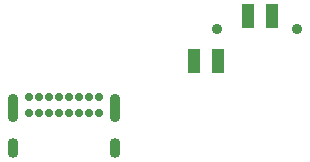
<source format=gbs>
G04 #@! TF.GenerationSoftware,KiCad,Pcbnew,(5.1.9-0-10_14)*
G04 #@! TF.CreationDate,2025-05-13T11:21:21-05:00*
G04 #@! TF.ProjectId,DTYF Beta,44545946-2042-4657-9461-2e6b69636164,rev?*
G04 #@! TF.SameCoordinates,Original*
G04 #@! TF.FileFunction,Soldermask,Bot*
G04 #@! TF.FilePolarity,Negative*
%FSLAX46Y46*%
G04 Gerber Fmt 4.6, Leading zero omitted, Abs format (unit mm)*
G04 Created by KiCad (PCBNEW (5.1.9-0-10_14)) date 2025-05-13 11:21:21*
%MOMM*%
%LPD*%
G01*
G04 APERTURE LIST*
%ADD10R,1.000000X2.000000*%
%ADD11C,0.900000*%
%ADD12C,0.700000*%
%ADD13O,0.900000X2.400000*%
%ADD14O,0.900000X1.700000*%
G04 APERTURE END LIST*
D10*
X153600000Y-95900000D03*
X151600000Y-95850000D03*
X158200000Y-92100000D03*
X156200000Y-92050000D03*
D11*
X160350000Y-93150000D03*
X153550000Y-93150000D03*
D12*
X137600000Y-98900000D03*
X138450000Y-98900000D03*
X139300000Y-98900000D03*
X140150000Y-98900000D03*
X141000000Y-98900000D03*
X141850000Y-98900000D03*
X142700000Y-98900000D03*
X143550000Y-98900000D03*
X138450000Y-100250000D03*
X140150000Y-100250000D03*
X139300000Y-100250000D03*
X137600000Y-100250000D03*
X141850000Y-100250000D03*
X142700000Y-100250000D03*
X143550000Y-100250000D03*
X141000000Y-100250000D03*
D13*
X136250000Y-99880000D03*
X144900000Y-99880000D03*
D14*
X136250000Y-103260000D03*
X144900000Y-103260000D03*
M02*

</source>
